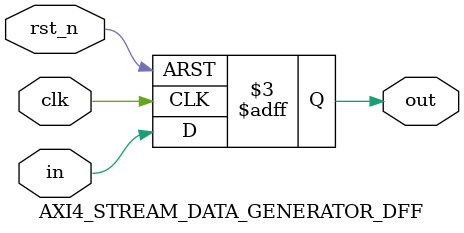
<source format=v>

module AXI4_STREAM_DATA_GENERATOR_DFF
    #(parameter N = 1)
    (
    input wire clk,
    input wire rst_n,
    input wire [N - 1:0] in,
    output reg [N - 1:0] out
    );


    always @(posedge clk, negedge rst_n) begin
        if (!rst_n) out <= {N{1'b0}};
        else out <= in;              
    end
    
endmodule

</source>
